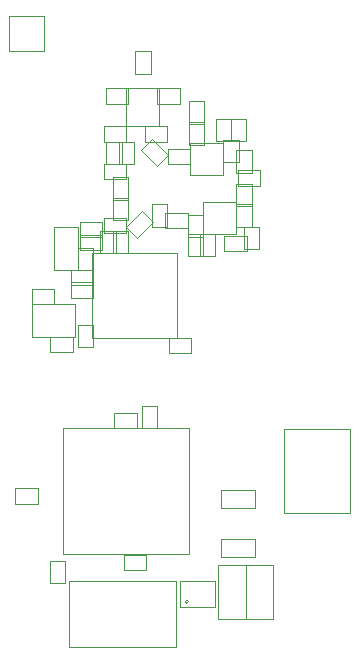
<source format=gbr>
G04 #@! TF.GenerationSoftware,KiCad,Pcbnew,(5.1.4)-1*
G04 #@! TF.CreationDate,2020-12-03T17:42:17+01:00*
G04 #@! TF.ProjectId,LoRa_Balloon,4c6f5261-5f42-4616-9c6c-6f6f6e2e6b69,2*
G04 #@! TF.SameCoordinates,Original*
G04 #@! TF.FileFunction,Other,User*
%FSLAX46Y46*%
G04 Gerber Fmt 4.6, Leading zero omitted, Abs format (unit mm)*
G04 Created by KiCad (PCBNEW (5.1.4)-1) date 2020-12-03 17:42:17*
%MOMM*%
%LPD*%
G04 APERTURE LIST*
%ADD10C,0.080000*%
%ADD11C,0.050000*%
G04 APERTURE END LIST*
D10*
X101076000Y-108614000D02*
X101076000Y-111614000D01*
X101076000Y-111614000D02*
X104076000Y-111614000D01*
X104076000Y-108614000D02*
X104076000Y-111614000D01*
X101076000Y-108614000D02*
X104076000Y-108614000D01*
X115583680Y-156428580D02*
X115583680Y-158678580D01*
X115583680Y-158678580D02*
X118483680Y-158678580D01*
X118483680Y-156428580D02*
X118483680Y-158678580D01*
X115583680Y-156428580D02*
X118483680Y-156428580D01*
X116283680Y-158203580D02*
G75*
G03X116283680Y-158203580I-150000J0D01*
G01*
X124330000Y-150660000D02*
X129930000Y-150660000D01*
X129930000Y-143580000D02*
X129930000Y-150660000D01*
X124330000Y-143580000D02*
X129930000Y-143580000D01*
X124330000Y-150660000D02*
X124330000Y-143580000D01*
D11*
X110627560Y-119245680D02*
X110627560Y-121145680D01*
X109327560Y-119245680D02*
X109327560Y-121145680D01*
X110627560Y-119245680D02*
X109327560Y-119245680D01*
X110627560Y-121145680D02*
X109327560Y-121145680D01*
X121108460Y-155080860D02*
X123408460Y-155080860D01*
X121108460Y-159680860D02*
X123408460Y-159680860D01*
X123408460Y-159680860D02*
X123408460Y-155080860D01*
X121108460Y-159680860D02*
X121108460Y-155080860D01*
X121109760Y-159680860D02*
X118809760Y-159680860D01*
X121109760Y-155080860D02*
X118809760Y-155080860D01*
X118809760Y-155080860D02*
X118809760Y-159680860D01*
X121109760Y-155080860D02*
X121109760Y-159680860D01*
D10*
X106151300Y-156411780D02*
X115231300Y-156411780D01*
X106151300Y-162011780D02*
X115231300Y-162011780D01*
X106151300Y-156411780D02*
X106151300Y-162011780D01*
X115231300Y-156411780D02*
X115231300Y-162011780D01*
D11*
X112692860Y-154208640D02*
X112692860Y-155508640D01*
X110792860Y-154208640D02*
X110792860Y-155508640D01*
X110792860Y-155508640D02*
X112692860Y-155508640D01*
X110792860Y-154208640D02*
X112692860Y-154208640D01*
X105641020Y-154201540D02*
X116341020Y-154201540D01*
X116341020Y-154201540D02*
X116341020Y-143501540D01*
X105641020Y-143501540D02*
X116341020Y-143501540D01*
X105641020Y-154201540D02*
X105641020Y-143501540D01*
X110094160Y-128711920D02*
X108794160Y-128711920D01*
X110094160Y-126811920D02*
X108794160Y-126811920D01*
X108794160Y-126811920D02*
X108794160Y-128711920D01*
X110094160Y-126811920D02*
X110094160Y-128711920D01*
X112561120Y-117947600D02*
X114461120Y-117947600D01*
X112561120Y-119247600D02*
X114461120Y-119247600D01*
X112561120Y-117947600D02*
X112561120Y-119247600D01*
X114461120Y-117947600D02*
X114461120Y-119247600D01*
X106919640Y-128216960D02*
X108219640Y-128216960D01*
X106919640Y-130116960D02*
X108219640Y-130116960D01*
X108219640Y-130116960D02*
X108219640Y-128216960D01*
X106919640Y-130116960D02*
X106919640Y-128216960D01*
X112247947Y-119958426D02*
X113167186Y-119039187D01*
X113591450Y-121301929D02*
X114510689Y-120382690D01*
X114510689Y-120382690D02*
X113167186Y-119039187D01*
X113591450Y-121301929D02*
X112247947Y-119958426D01*
X104923720Y-130116400D02*
X104923720Y-126516400D01*
X106923720Y-130116400D02*
X106923720Y-126516400D01*
X104923720Y-130116400D02*
X106923720Y-130116400D01*
X104923720Y-126516400D02*
X106923720Y-126516400D01*
X106286900Y-131414200D02*
X106286900Y-130114200D01*
X108186900Y-131414200D02*
X108186900Y-130114200D01*
X108186900Y-130114200D02*
X106286900Y-130114200D01*
X108186900Y-131414200D02*
X106286900Y-131414200D01*
X116271920Y-117741240D02*
X116271920Y-115841240D01*
X117571920Y-117741240D02*
X117571920Y-115841240D01*
X116271920Y-117741240D02*
X117571920Y-117741240D01*
X116271920Y-115841240D02*
X117571920Y-115841240D01*
X107073880Y-127340040D02*
X107073880Y-126040040D01*
X108973880Y-127340040D02*
X108973880Y-126040040D01*
X108973880Y-126040040D02*
X107073880Y-126040040D01*
X108973880Y-127340040D02*
X107073880Y-127340040D01*
X108191560Y-132470840D02*
X106291560Y-132470840D01*
X108191560Y-131170840D02*
X106291560Y-131170840D01*
X108191560Y-132470840D02*
X108191560Y-131170840D01*
X106291560Y-132470840D02*
X106291560Y-131170840D01*
X108973880Y-128417000D02*
X107073880Y-128417000D01*
X108973880Y-127117000D02*
X107073880Y-127117000D01*
X108973880Y-128417000D02*
X108973880Y-127117000D01*
X107073880Y-128417000D02*
X107073880Y-127117000D01*
X116497780Y-135834280D02*
X116497780Y-137134280D01*
X114597780Y-135834280D02*
X114597780Y-137134280D01*
X114597780Y-137134280D02*
X116497780Y-137134280D01*
X114597780Y-135834280D02*
X116497780Y-135834280D01*
X118578240Y-117307240D02*
X119878240Y-117307240D01*
X118578240Y-119207240D02*
X119878240Y-119207240D01*
X119878240Y-119207240D02*
X119878240Y-117307240D01*
X118578240Y-119207240D02*
X118578240Y-117307240D01*
X119873640Y-119207240D02*
X119873640Y-117307240D01*
X121173640Y-119207240D02*
X121173640Y-117307240D01*
X119873640Y-119207240D02*
X121173640Y-119207240D01*
X119873640Y-117307240D02*
X121173640Y-117307240D01*
X120310520Y-119991600D02*
X121610520Y-119991600D01*
X120310520Y-121891600D02*
X121610520Y-121891600D01*
X121610520Y-121891600D02*
X121610520Y-119991600D01*
X120310520Y-121891600D02*
X120310520Y-119991600D01*
X120460520Y-121686480D02*
X122360520Y-121686480D01*
X120460520Y-122986480D02*
X122360520Y-122986480D01*
X120460520Y-121686480D02*
X120460520Y-122986480D01*
X122360520Y-121686480D02*
X122360520Y-122986480D01*
X120310520Y-122796600D02*
X121610520Y-122796600D01*
X120310520Y-124696600D02*
X121610520Y-124696600D01*
X121610520Y-124696600D02*
X121610520Y-122796600D01*
X120310520Y-124696600D02*
X120310520Y-122796600D01*
X120976000Y-128374100D02*
X120976000Y-126474100D01*
X122276000Y-128374100D02*
X122276000Y-126474100D01*
X120976000Y-128374100D02*
X122276000Y-128374100D01*
X120976000Y-126474100D02*
X122276000Y-126474100D01*
X103004800Y-131699160D02*
X104904800Y-131699160D01*
X103004800Y-132999160D02*
X104904800Y-132999160D01*
X103004800Y-131699160D02*
X103004800Y-132999160D01*
X104904800Y-131699160D02*
X104904800Y-132999160D01*
X106461820Y-135783480D02*
X106461820Y-137083480D01*
X104561820Y-135783480D02*
X104561820Y-137083480D01*
X104561820Y-137083480D02*
X106461820Y-137083480D01*
X104561820Y-135783480D02*
X106461820Y-135783480D01*
X117513500Y-127040520D02*
X117513500Y-128940520D01*
X116213500Y-127040520D02*
X116213500Y-128940520D01*
X117513500Y-127040520D02*
X116213500Y-127040520D01*
X117513500Y-128940520D02*
X116213500Y-128940520D01*
X109095720Y-127014920D02*
X109095720Y-125714920D01*
X110995720Y-127014920D02*
X110995720Y-125714920D01*
X110995720Y-125714920D02*
X109095720Y-125714920D01*
X110995720Y-127014920D02*
X109095720Y-127014920D01*
X118524420Y-128940520D02*
X117224420Y-128940520D01*
X118524420Y-127040520D02*
X117224420Y-127040520D01*
X117224420Y-127040520D02*
X117224420Y-128940520D01*
X118524420Y-127040520D02*
X118524420Y-128940520D01*
X111145720Y-124009880D02*
X111145720Y-125909880D01*
X109845720Y-124009880D02*
X109845720Y-125909880D01*
X111145720Y-124009880D02*
X109845720Y-124009880D01*
X111145720Y-125909880D02*
X109845720Y-125909880D01*
X113147720Y-126440740D02*
X113147720Y-124540740D01*
X114447720Y-126440740D02*
X114447720Y-124540740D01*
X113147720Y-126440740D02*
X114447720Y-126440740D01*
X113147720Y-124540740D02*
X114447720Y-124540740D01*
X114310340Y-125288200D02*
X116210340Y-125288200D01*
X114310340Y-126588200D02*
X116210340Y-126588200D01*
X114310340Y-125288200D02*
X114310340Y-126588200D01*
X116210340Y-125288200D02*
X116210340Y-126588200D01*
X110988100Y-122440380D02*
X109088100Y-122440380D01*
X110988100Y-121140380D02*
X109088100Y-121140380D01*
X110988100Y-122440380D02*
X110988100Y-121140380D01*
X109088100Y-122440380D02*
X109088100Y-121140380D01*
X111674040Y-119245680D02*
X111674040Y-121145680D01*
X110374040Y-119245680D02*
X110374040Y-121145680D01*
X111674040Y-119245680D02*
X110374040Y-119245680D01*
X111674040Y-121145680D02*
X110374040Y-121145680D01*
X109271400Y-116047200D02*
X109271400Y-114747200D01*
X111171400Y-116047200D02*
X111171400Y-114747200D01*
X111171400Y-114747200D02*
X109271400Y-114747200D01*
X111171400Y-116047200D02*
X109271400Y-116047200D01*
X109106720Y-119242520D02*
X109106720Y-117942520D01*
X111006720Y-119242520D02*
X111006720Y-117942520D01*
X111006720Y-117942520D02*
X109106720Y-117942520D01*
X111006720Y-119242520D02*
X109106720Y-119242520D01*
X115514800Y-114747200D02*
X115514800Y-116047200D01*
X113614800Y-114747200D02*
X113614800Y-116047200D01*
X113614800Y-116047200D02*
X115514800Y-116047200D01*
X113614800Y-114747200D02*
X115514800Y-114747200D01*
X113055800Y-113487160D02*
X111755800Y-113487160D01*
X113055800Y-111587160D02*
X111755800Y-111587160D01*
X111755800Y-111587160D02*
X111755800Y-113487160D01*
X113055800Y-111587160D02*
X113055800Y-113487160D01*
X119027920Y-150282040D02*
X119027920Y-148782040D01*
X121927920Y-150282040D02*
X121927920Y-148782040D01*
X121927920Y-148782040D02*
X119027920Y-148782040D01*
X121927920Y-150282040D02*
X119027920Y-150282040D01*
X121927920Y-154382040D02*
X119027920Y-154382040D01*
X121927920Y-152882040D02*
X119027920Y-152882040D01*
X121927920Y-154382040D02*
X121927920Y-152882040D01*
X119027920Y-154382040D02*
X119027920Y-152882040D01*
X105844740Y-154757420D02*
X105844740Y-156657420D01*
X104544740Y-154757420D02*
X104544740Y-156657420D01*
X105844740Y-154757420D02*
X104544740Y-154757420D01*
X105844740Y-156657420D02*
X104544740Y-156657420D01*
X111892340Y-143496980D02*
X109992340Y-143496980D01*
X111892340Y-142196980D02*
X109992340Y-142196980D01*
X111892340Y-143496980D02*
X111892340Y-142196980D01*
X109992340Y-143496980D02*
X109992340Y-142196980D01*
X113640000Y-143502340D02*
X112340000Y-143502340D01*
X113640000Y-141602340D02*
X112340000Y-141602340D01*
X112340000Y-141602340D02*
X112340000Y-143502340D01*
X113640000Y-141602340D02*
X113640000Y-143502340D01*
X114524120Y-121137360D02*
X114524120Y-119837360D01*
X116424120Y-121137360D02*
X116424120Y-119837360D01*
X116424120Y-119837360D02*
X114524120Y-119837360D01*
X116424120Y-121137360D02*
X114524120Y-121137360D01*
X120528480Y-119087360D02*
X120528480Y-120987360D01*
X119228480Y-119087360D02*
X119228480Y-120987360D01*
X120528480Y-119087360D02*
X119228480Y-119087360D01*
X120528480Y-120987360D02*
X119228480Y-120987360D01*
X111145720Y-126814880D02*
X111145720Y-128714880D01*
X109845720Y-126814880D02*
X109845720Y-128714880D01*
X111145720Y-126814880D02*
X109845720Y-126814880D01*
X111145720Y-128714880D02*
X109845720Y-128714880D01*
X120310520Y-124539040D02*
X121610520Y-124539040D01*
X120310520Y-126439040D02*
X121610520Y-126439040D01*
X121610520Y-126439040D02*
X121610520Y-124539040D01*
X120310520Y-126439040D02*
X120310520Y-124539040D01*
X111899726Y-127389611D02*
X110980487Y-126470372D01*
X113243229Y-126046108D02*
X112323990Y-125126869D01*
X112323990Y-125126869D02*
X110980487Y-126470372D01*
X113243229Y-126046108D02*
X111899726Y-127389611D01*
X116213500Y-125437780D02*
X117513500Y-125437780D01*
X116213500Y-127337780D02*
X117513500Y-127337780D01*
X117513500Y-127337780D02*
X117513500Y-125437780D01*
X116213500Y-127337780D02*
X116213500Y-125437780D01*
X111145720Y-122250080D02*
X111145720Y-124150080D01*
X109845720Y-122250080D02*
X109845720Y-124150080D01*
X111145720Y-122250080D02*
X109845720Y-122250080D01*
X111145720Y-124150080D02*
X109845720Y-124150080D01*
X117571920Y-119493840D02*
X116271920Y-119493840D01*
X117571920Y-117593840D02*
X116271920Y-117593840D01*
X116271920Y-117593840D02*
X116271920Y-119493840D01*
X117571920Y-117593840D02*
X117571920Y-119493840D01*
X106891700Y-136667200D02*
X106891700Y-134767200D01*
X108191700Y-136667200D02*
X108191700Y-134767200D01*
X106891700Y-136667200D02*
X108191700Y-136667200D01*
X106891700Y-134767200D02*
X108191700Y-134767200D01*
X121214560Y-128523680D02*
X119314560Y-128523680D01*
X121214560Y-127223680D02*
X119314560Y-127223680D01*
X121214560Y-128523680D02*
X121214560Y-127223680D01*
X119314560Y-128523680D02*
X119314560Y-127223680D01*
X101615840Y-149901540D02*
X101615840Y-148601540D01*
X103515840Y-149901540D02*
X103515840Y-148601540D01*
X103515840Y-148601540D02*
X101615840Y-148601540D01*
X103515840Y-149901540D02*
X101615840Y-149901540D01*
X116426160Y-119386280D02*
X116426160Y-122086280D01*
X119226160Y-119386280D02*
X119226160Y-122086280D01*
X116426160Y-119386280D02*
X119226160Y-119386280D01*
X116426160Y-122086280D02*
X119226160Y-122086280D01*
X108094120Y-128713720D02*
X108094120Y-135913720D01*
X115294120Y-128713720D02*
X115294120Y-135913720D01*
X108094120Y-128713720D02*
X115294120Y-128713720D01*
X108094120Y-135913720D02*
X115294120Y-135913720D01*
X120312440Y-124338200D02*
X117512440Y-124338200D01*
X120312440Y-127038200D02*
X117512440Y-127038200D01*
X117512440Y-127038200D02*
X117512440Y-124338200D01*
X120312440Y-127038200D02*
X120312440Y-124338200D01*
X113805800Y-114747200D02*
X111005800Y-114747200D01*
X111005800Y-117947200D02*
X113805800Y-117947200D01*
X111005800Y-117947200D02*
X111005800Y-114747200D01*
X113805800Y-117947200D02*
X113805800Y-114747200D01*
D10*
X103019460Y-133017400D02*
X103019460Y-135775400D01*
X103019460Y-133017400D02*
X106699460Y-133017400D01*
X106699460Y-133017400D02*
X106699460Y-135775400D01*
X106699460Y-135775400D02*
X103019460Y-135775400D01*
M02*

</source>
